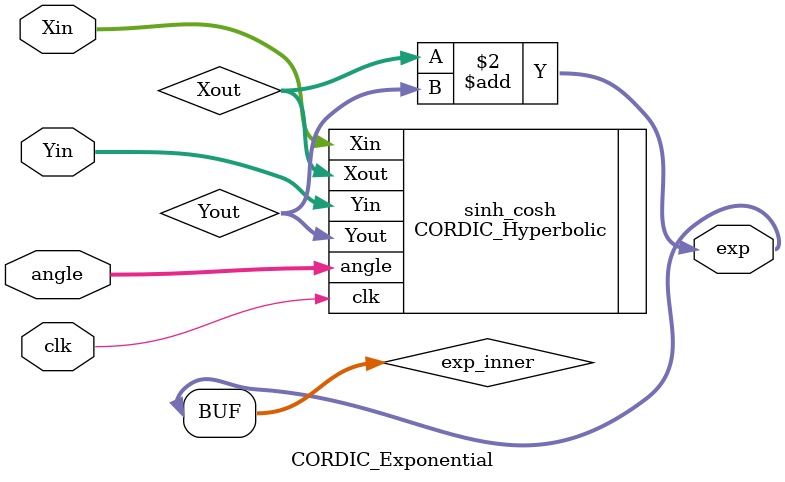
<source format=v>
`timescale 1ns / 1ps

module CORDIC_Exponential#(parameter XY_SZ = 16)(
    input                        clk,
    input   signed       [31:0]  angle,
    input   signed  [XY_SZ-1:0]  Xin,
    input   signed  [XY_SZ-1:0]  Yin,
    output  signed  [XY_SZ+1:0]  exp
    );
    
    
    wire    signed    [XY_SZ:0]  Xout;   // X_n in the theory
    wire    signed    [XY_SZ:0]  Yout;   // Y_n in the theory
    reg     signed  [XY_SZ+1:0]  exp_inner;
    
CORDIC_Hyperbolic#(.XY_SZ(XY_SZ)) sinh_cosh(.clk(clk),.angle(angle), .Xin(Xin), .Yin(Yin), .Xout(Xout), .Yout(Yout));

always@(*)
begin
    exp_inner = Xout  + Yout;
end

assign exp = exp_inner;

endmodule

</source>
